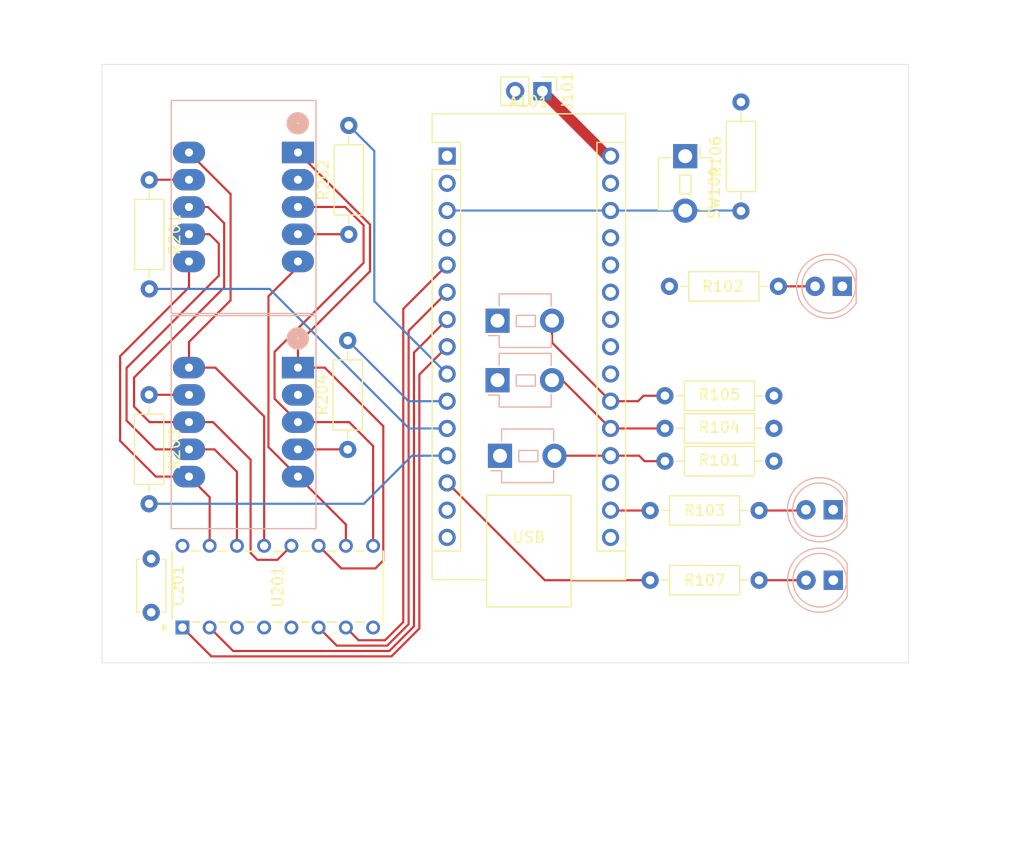
<source format=kicad_pcb>
(kicad_pcb (version 20240108) (generator "pcbnew") (generator_version "8.0")
  (layers (0 "F.Cu" signal "L1_top") (1 "In1.Cu" power "L2_GND") (2 "In2.Cu" power "L3_PWR") (31 "B.Cu" signal "L4_bot") (34 "B.Paste" user) (35 "F.Paste" user) (36 "B.SilkS" user "B.Silkscreen") (37 "F.SilkS" user "F.Silkscreen") (38 "B.Mask" user) (39 "F.Mask" user) (44 "Edge.Cuts" user))
  (net 0 "")
  (net 3 "/Increase_time")
  (net 4 "+3V3")
  (net 5 "GND")
  (net 6 "/Adjust")
  (net 10 "/Decrease_time")
  (net 11 "/Seconds_ones")
  (net 12 "/D")
  (net 13 "/Seconds_tens")
  (net 16 "/A")
  (net 17 "/nRST")
  (net 19 "Net-(D101-A)")
  (net 20 "/Minutes_tens")
  (net 22 "/C")
  (net 24 "+9V")
  (net 26 "/B")
  (net 27 "+5V")
  (net 28 "/Minutes_ones")
  (net 29 "Net-(D201-Digit_1)")
  (net 30 "Net-(D201-Digit_2)")
  (net 31 "Net-(D202-Digit_1)")
  (net 32 "Net-(D202-Digit_2)")
  (net 33 "Net-(D201-G)")
  (net 34 "Net-(D201-F)")
  (net 35 "Net-(D201-E)")
  (net 36 "Net-(D201-D)")
  (net 37 "Net-(D201-A)")
  (net 38 "Net-(D201-C)")
  (net 39 "Net-(D201-B)")
  (net 40 "Net-(D102-A)")
  (net 41 "/config_led")
  (net 42 "Net-(D103-A)")
  (footprint "Resistor_THT:R_Axial_DIN0207_L6.3mm_D2.5mm_P10.16mm_Horizontal" (layer "F.Cu") (at 161.521477 100.058523 90)
    (property "Reference" "R202" (at 5.08 -2.37 90) (layer "F.SilkS"))
    (property "Value" "470")
    (fp_line (start 8.35 -1.37) (end 1.81 -1.37) (stroke (width 0.12)) (layer "F.SilkS"))
    (fp_line (start 1.81 -1.37) (end 1.81 1.37) (stroke (width 0.12)) (layer "F.SilkS"))
    (fp_line (start 9.12 0) (end 8.35 0) (stroke (width 0.12)) (layer "F.SilkS"))
    (fp_line (start 1.04 0) (end 1.81 0) (stroke (width 0.12)) (layer "F.SilkS"))
    (fp_line (start 8.35 1.37) (end 8.35 -1.37) (stroke (width 0.12)) (layer "F.SilkS"))
    (fp_line (start 1.81 1.37) (end 8.35 1.37) (stroke (width 0.12)) (layer "F.SilkS"))
    (pad "1" thru_hole circle (at 0 0 90) (size 1.6 1.6) (drill 0.8) (layers "*.Cu" "*.Mask") (net 30 "Net-(D201-Digit_2)"))
    (pad "2" thru_hole oval (at 10.16 0 90) (size 1.6 1.6) (drill 0.8) (layers "*.Cu" "*.Mask") (net 13 "/Seconds_tens"))
  )
  (footprint "Connector_PinHeader_2.54mm:PinHeader_1x02_P2.54mm_Vertical" (layer "F.Cu") (at 179.575 86.7 -90)
    (property "Reference" "J101" (at 0 -2.33 90) (layer "F.SilkS"))
    (property "Value" "Conn_01x02_Pin" (hide yes))
    (fp_line (start -1.33 3.87) (end 1.33 3.87) (stroke (width 0.12)) (layer "F.SilkS"))
    (fp_line (start -1.33 1.27) (end -1.33 3.87) (stroke (width 0.12)) (layer "F.SilkS"))
    (fp_line (start -1.33 1.27) (end 1.33 1.27) (stroke (width 0.12)) (layer "F.SilkS"))
    (fp_line (start 1.33 1.27) (end 1.33 3.87) (stroke (width 0.12)) (layer "F.SilkS"))
    (fp_line (start -1.33 0) (end -1.33 -1.33) (stroke (width 0.12)) (layer "F.SilkS"))
    (fp_line (start -1.33 -1.33) (end 0 -1.33) (stroke (width 0.12)) (layer "F.SilkS"))
    (pad "1" thru_hole rect (at 0 0 270) (size 1.7 1.7) (drill 1) (layers "*.Cu" "*.Mask") (net 24 "+9V"))
    (pad "2" thru_hole oval (at 0 2.54 270) (size 1.7 1.7) (drill 1) (layers "*.Cu" "*.Mask") (net 5 "GND"))
  )
  (footprint "Module:Arduino_Nano" (layer "F.Cu") (at 170.69 92.75)
    (property "Reference" "A101" (at 7.62 -5.08 0) (layer "F.SilkS"))
    (property "Value" "Arduino_Nano_Every")
    (fp_line (start -1.4 -3.94) (end -1.4 -1.27) (stroke (width 0.12)) (layer "F.SilkS"))
    (fp_line (start -1.4 1.27) (end -1.4 39.5) (stroke (width 0.12)) (layer "F.SilkS"))
    (fp_line (start -1.4 39.5) (end 3.68 39.5) (stroke (width 0.12)) (layer "F.SilkS"))
    (fp_line (start 1.27 -1.27) (end -1.4 -1.27) (stroke (width 0.12)) (layer "F.SilkS"))
    (fp_line (start 1.27 1.27) (end -1.4 1.27) (stroke (width 0.12)) (layer "F.SilkS"))
    (fp_line (start 1.27 1.27) (end 1.27 -1.27) (stroke (width 0.12)) (layer "F.SilkS"))
    (fp_line (start 1.27 1.27) (end 1.27 36.83) (stroke (width 0.12)) (layer "F.SilkS"))
    (fp_line (start 1.27 36.83) (end -1.4 36.83) (stroke (width 0.12)) (layer "F.SilkS"))
    (fp_line (start 3.68 31.62) (end 11.56 31.62) (stroke (width 0.12)) (layer "F.SilkS"))
    (fp_line (start 3.68 42.04) (end 3.68 31.62) (stroke (width 0.12)) (layer "F.SilkS"))
    (fp_line (start 11.56 31.62) (end 11.56 42.04) (stroke (width 0.12)) (layer "F.SilkS"))
    (fp_line (start 11.56 42.04) (end 3.68 42.04) (stroke (width 0.12)) (layer "F.SilkS"))
    (fp_line (start 13.97 -1.27) (end 13.97 36.83) (stroke (width 0.12)) (layer "F.SilkS"))
    (fp_line (start 13.97 -1.27) (end 16.64 -1.27) (stroke (width 0.12)) (layer "F.SilkS"))
    (fp_line (start 13.97 36.83) (end 16.64 36.83) (stroke (width 0.12)) (layer "F.SilkS"))
    (fp_line (start 16.64 -3.94) (end -1.4 -3.94) (stroke (width 0.12)) (layer "F.SilkS"))
    (fp_line (start 16.64 39.5) (end 11.56 39.5) (stroke (width 0.12)) (layer "F.SilkS"))
    (fp_line (start 16.64 39.5) (end 16.64 -3.94) (stroke (width 0.12)) (layer "F.SilkS"))
    (fp_text user "USB" (at 7.62 35.56 0) (layer "F.SilkS"))
    (pad "1" thru_hole rect (at 0 0) (size 1.6 1.6) (drill 1) (layers "*.Cu" "*.Mask"))
    (pad "2" thru_hole oval (at 0 2.54) (size 1.6 1.6) (drill 1) (layers "*.Cu" "*.Mask"))
    (pad "3" thru_hole oval (at 0 5.08) (size 1.6 1.6) (drill 1) (layers "*.Cu" "*.Mask") (net 17 "/nRST"))
    (pad "4" thru_hole oval (at 0 7.62) (size 1.6 1.6) (drill 1) (layers "*.Cu" "*.Mask") (net 5 "GND"))
    (pad "5" thru_hole oval (at 0 10.16) (size 1.6 1.6) (drill 1) (layers "*.Cu" "*.Mask") (net 16 "/A"))
    (pad "6" thru_hole oval (at 0 12.7) (size 1.6 1.6) (drill 1) (layers "*.Cu" "*.Mask") (net 12 "/D"))
    (pad "7" thru_hole oval (at 0 15.24) (size 1.6 1.6) (drill 1) (layers "*.Cu" "*.Mask") (net 22 "/C"))
    (pad "8" thru_hole oval (at 0 17.78) (size 1.6 1.6) (drill 1) (layers "*.Cu" "*.Mask") (net 26 "/B"))
    (pad "9" thru_hole oval (at 0 20.32) (size 1.6 1.6) (drill 1) (layers "*.Cu" "*.Mask") (net 13 "/Seconds_tens"))
    (pad "10" thru_hole oval (at 0 22.86) (size 1.6 1.6) (drill 1) (layers "*.Cu" "*.Mask") (net 20 "/Minutes_tens"))
    (pad "11" thru_hole oval (at 0 25.4) (size 1.6 1.6) (drill 1) (layers "*.Cu" "*.Mask") (net 11 "/Seconds_ones"))
    (pad "12" thru_hole oval (at 0 27.94) (size 1.6 1.6) (drill 1) (layers "*.Cu" "*.Mask") (net 28 "/Minutes_ones"))
    (pad "13" thru_hole oval (at 0 30.48) (size 1.6 1.6) (drill 1) (layers "*.Cu" "*.Mask") (net 41 "/config_led"))
    (pad "14" thru_hole oval (at 0 33.02) (size 1.6 1.6) (drill 1) (layers "*.Cu" "*.Mask"))
    (pad "15" thru_hole oval (at 0 35.56) (size 1.6 1.6) (drill 1) (layers "*.Cu" "*.Mask"))
    (pad "16" thru_hole oval (at 15.24 35.56) (size 1.6 1.6) (drill 1) (layers "*.Cu" "*.Mask"))
    (pad "17" thru_hole oval (at 15.24 33.02) (size 1.6 1.6) (drill 1) (layers "*.Cu" "*.Mask") (net 4 "+3V3"))
    (pad "18" thru_hole oval (at 15.24 30.48) (size 1.6 1.6) (drill 1) (layers "*.Cu" "*.Mask"))
    (pad "19" thru_hole oval (at 15.24 27.94) (size 1.6 1.6) (drill 1) (layers "*.Cu" "*.Mask") (net 3 "/Increase_time"))
    (pad "20" thru_hole oval (at 15.24 25.4) (size 1.6 1.6) (drill 1) (layers "*.Cu" "*.Mask") (net 10 "/Decrease_time"))
    (pad "21" thru_hole oval (at 15.24 22.86) (size 1.6 1.6) (drill 1) (layers "*.Cu" "*.Mask") (net 6 "/Adjust"))
    (pad "22" thru_hole oval (at 15.24 20.32) (size 1.6 1.6) (drill 1) (layers "*.Cu" "*.Mask"))
    (pad "23" thru_hole oval (at 15.24 17.78) (size 1.6 1.6) (drill 1) (layers "*.Cu" "*.Mask"))
    (pad "24" thru_hole oval (at 15.24 15.24) (size 1.6 1.6) (drill 1) (layers "*.Cu" "*.Mask"))
    (pad "25" thru_hole oval (at 15.24 12.7) (size 1.6 1.6) (drill 1) (layers "*.Cu" "*.Mask"))
    (pad "26" thru_hole oval (at 15.24 10.16) (size 1.6 1.6) (drill 1) (layers "*.Cu" "*.Mask"))
    (pad "27" thru_hole oval (at 15.24 7.62) (size 1.6 1.6) (drill 1) (layers "*.Cu" "*.Mask") (net 27 "+5V"))
    (pad "28" thru_hole oval (at 15.24 5.08) (size 1.6 1.6) (drill 1) (layers "*.Cu" "*.Mask") (net 17 "/nRST"))
    (pad "29" thru_hole oval (at 15.24 2.54) (size 1.6 1.6) (drill 1) (layers "*.Cu" "*.Mask") (net 5 "GND"))
    (pad "30" thru_hole oval (at 15.24 0) (size 1.6 1.6) (drill 1) (layers "*.Cu" "*.Mask") (net 24 "+9V"))
  )
  (footprint "Resistor_THT:R_Axial_DIN0207_L6.3mm_D2.5mm_P10.16mm_Horizontal" (layer "F.Cu") (at 191 115.1)
    (property "Reference" "R105" (at 5.08 -0.106589 360) (layer "F.SilkS"))
    (property "Value" "1k")
    (fp_line (start 1.04 0) (end 1.81 0) (stroke (width 0.12)) (layer "F.SilkS"))
    (fp_line (start 1.81 -1.37) (end 1.81 1.37) (stroke (width 0.12)) (layer "F.SilkS"))
    (fp_line (start 1.81 1.37) (end 8.35 1.37) (stroke (width 0.12)) (layer "F.SilkS"))
    (fp_line (start 8.35 -1.37) (end 1.81 -1.37) (stroke (width 0.12)) (layer "F.SilkS"))
    (fp_line (start 8.35 1.37) (end 8.35 -1.37) (stroke (width 0.12)) (layer "F.SilkS"))
    (fp_line (start 9.12 0) (end 8.35 0) (stroke (width 0.12)) (layer "F.SilkS"))
    (pad "1" thru_hole circle (at 0 0) (size 1.6 1.6) (drill 0.8) (layers "*.Cu" "*.Mask") (net 6 "/Adjust"))
    (pad "2" thru_hole oval (at 10.16 0) (size 1.6 1.6) (drill 0.8) (layers "*.Cu" "*.Mask") (net 5 "GND"))
  )
  (footprint "Resistor_THT:R_Axial_DIN0207_L6.3mm_D2.5mm_P10.16mm_Horizontal" (layer "F.Cu") (at 198.09 97.87 90)
    (property "Reference" "R106" (at 5.08 -2.37 90) (layer "F.SilkS"))
    (property "Value" "1k")
    (fp_line (start 8.35 -1.37) (end 1.81 -1.37) (stroke (width 0.12)) (layer "F.SilkS"))
    (fp_line (start 1.81 -1.37) (end 1.81 1.37) (stroke (width 0.12)) (layer "F.SilkS"))
    (fp_line (start 9.12 0) (end 8.35 0) (stroke (width 0.12)) (layer "F.SilkS"))
    (fp_line (start 1.04 0) (end 1.81 0) (stroke (width 0.12)) (layer "F.SilkS"))
    (fp_line (start 8.35 1.37) (end 8.35 -1.37) (stroke (width 0.12)) (layer "F.SilkS"))
    (fp_line (start 1.81 1.37) (end 8.35 1.37) (stroke (width 0.12)) (layer "F.SilkS"))
    (pad "1" thru_hole circle (at 0 0 90) (size 1.6 1.6) (drill 0.8) (layers "*.Cu" "*.Mask") (net 17 "/nRST"))
    (pad "2" thru_hole oval (at 10.16 0 90) (size 1.6 1.6) (drill 0.8) (layers "*.Cu" "*.Mask") (net 27 "+5V"))
  )
  (footprint "Resistor_THT:R_Axial_DIN0207_L6.3mm_D2.5mm_P10.16mm_Horizontal" (layer "F.Cu") (at 191 121.2)
    (property "Reference" "R101" (at 5.08 -0.106589 360) (layer "F.SilkS"))
    (property "Value" "1k")
    (fp_line (start 1.04 0) (end 1.81 0) (stroke (width 0.12)) (layer "F.SilkS"))
    (fp_line (start 1.81 -1.37) (end 1.81 1.37) (stroke (width 0.12)) (layer "F.SilkS"))
    (fp_line (start 1.81 1.37) (end 8.35 1.37) (stroke (width 0.12)) (layer "F.SilkS"))
    (fp_line (start 8.35 -1.37) (end 1.81 -1.37) (stroke (width 0.12)) (layer "F.SilkS"))
    (fp_line (start 8.35 1.37) (end 8.35 -1.37) (stroke (width 0.12)) (layer "F.SilkS"))
    (fp_line (start 9.12 0) (end 8.35 0) (stroke (width 0.12)) (layer "F.SilkS"))
    (pad "1" thru_hole circle (at 0 0) (size 1.6 1.6) (drill 0.8) (layers "*.Cu" "*.Mask") (net 3 "/Increase_time"))
    (pad "2" thru_hole oval (at 10.16 0) (size 1.6 1.6) (drill 0.8) (layers "*.Cu" "*.Mask") (net 5 "GND"))
  )
  (footprint "Resistor_THT:R_Axial_DIN0207_L6.3mm_D2.5mm_P10.16mm_Horizontal" (layer "F.Cu") (at 199.78 125.8 180)
    (property "Reference" "R103" (at 5.08 0 0) (layer "F.SilkS"))
    (property "Value" "75")
    (fp_line (start 9.12 0) (end 8.35 0) (stroke (width 0.12)) (layer "F.SilkS"))
    (fp_line (start 8.35 1.37) (end 8.35 -1.37) (stroke (width 0.12)) (layer "F.SilkS"))
    (fp_line (start 8.35 -1.37) (end 1.81 -1.37) (stroke (width 0.12)) (layer "F.SilkS"))
    (fp_line (start 1.81 1.37) (end 8.35 1.37) (stroke (width 0.12)) (layer "F.SilkS"))
    (fp_line (start 1.81 -1.37) (end 1.81 1.37) (stroke (width 0.12)) (layer "F.SilkS"))
    (fp_line (start 1.04 0) (end 1.81 0) (stroke (width 0.12)) (layer "F.SilkS"))
    (pad "1" thru_hole circle (at 0 0 180) (size 1.6 1.6) (drill 0.8) (layers "*.Cu" "*.Mask") (net 40 "Net-(D102-A)"))
    (pad "2" thru_hole oval (at 10.16 0 180) (size 1.6 1.6) (drill 0.8) (layers "*.Cu" "*.Mask") (net 4 "+3V3"))
  )
  (footprint "Capacitor_THT:C_Disc_D4.7mm_W2.5mm_P5.00mm" (layer "F.Cu") (at 143.1 130.3 -90)
    (property "Reference" "C201" (at 2.5 -2.5 90) (layer "F.SilkS"))
    (property "Value" "100n")
    (fp_line (start 0.03 1.37) (end 4.97 1.37) (stroke (width 0.12)) (layer "F.SilkS"))
    (fp_line (start 0.03 1.055) (end 0.03 1.37) (stroke (width 0.12)) (layer "F.SilkS"))
    (fp_line (start 4.97 1.055) (end 4.97 1.37) (stroke (width 0.12)) (layer "F.SilkS"))
    (fp_line (start 0.03 -1.37) (end 0.03 -1.055) (stroke (width 0.12)) (layer "F.SilkS"))
    (fp_line (start 0.03 -1.37) (end 4.97 -1.37) (stroke (width 0.12)) (layer "F.SilkS"))
    (fp_line (start 4.97 -1.37) (end 4.97 -1.055) (stroke (width 0.12)) (layer "F.SilkS"))
    (pad "1" thru_hole circle (at 0 0 270) (size 1.6 1.6) (drill 0.8) (layers "*.Cu" "*.Mask") (net 27 "+5V"))
    (pad "2" thru_hole circle (at 5 0 270) (size 1.6 1.6) (drill 0.8) (layers "*.Cu" "*.Mask") (net 5 "GND"))
  )
  (footprint "Resistor_THT:R_Axial_DIN0207_L6.3mm_D2.5mm_P10.16mm_Horizontal" (layer "F.Cu") (at 142.902138 115.011532 -90)
    (property "Reference" "R203" (at 5.08 -2.37 90) (layer "F.SilkS"))
    (property "Value" "470")
    (fp_line (start 1.81 1.37) (end 8.35 1.37) (stroke (width 0.12)) (layer "F.SilkS"))
    (fp_line (start 8.35 1.37) (end 8.35 -1.37) (stroke (width 0.12)) (layer "F.SilkS"))
    (fp_line (start 1.04 0) (end 1.81 0) (stroke (width 0.12)) (layer "F.SilkS"))
    (fp_line (start 9.12 0) (end 8.35 0) (stroke (width 0.12)) (layer "F.SilkS"))
    (fp_line (start 1.81 -1.37) (end 1.81 1.37) (stroke (width 0.12)) (layer "F.SilkS"))
    (fp_line (start 8.35 -1.37) (end 1.81 -1.37) (stroke (width 0.12)) (layer "F.SilkS"))
    (pad "1" thru_hole circle (at 0 0 270) (size 1.6 1.6) (drill 0.8) (layers "*.Cu" "*.Mask") (net 31 "Net-(D202-Digit_1)"))
    (pad "2" thru_hole oval (at 10.16 0 270) (size 1.6 1.6) (drill 0.8) (layers "*.Cu" "*.Mask") (net 28 "/Minutes_ones"))
  )
  (footprint "Resistor_THT:R_Axial_DIN0207_L6.3mm_D2.5mm_P10.16mm_Horizontal" (layer "F.Cu") (at 199.78 132.3 180)
    (property "Reference" "R107" (at 5.08 0 360) (layer "F.SilkS"))
    (property "Value" "270")
    (fp_line (start 9.12 0) (end 8.35 0) (stroke (width 0.12)) (layer "F.SilkS"))
    (fp_line (start 8.35 1.37) (end 8.35 -1.37) (stroke (width 0.12)) (layer "F.SilkS"))
    (fp_line (start 8.35 -1.37) (end 1.81 -1.37) (stroke (width 0.12)) (layer "F.SilkS"))
    (fp_line (start 1.81 1.37) (end 8.35 1.37) (stroke (width 0.12)) (layer "F.SilkS"))
    (fp_line (start 1.81 -1.37) (end 1.81 1.37) (stroke (width 0.12)) (layer "F.SilkS"))
    (fp_line (start 1.04 0) (end 1.81 0) (stroke (width 0.12)) (layer "F.SilkS"))
    (pad "1" thru_hole circle (at 0 0 180) (size 1.6 1.6) (drill 0.8) (layers "*.Cu" "*.Mask") (net 42 "Net-(D103-A)"))
    (pad "2" thru_hole oval (at 10.16 0 180) (size 1.6 1.6) (drill 0.8) (layers "*.Cu" "*.Mask") (net 41 "/config_led"))
  )
  (footprint "OMG_Switches:SW_PUSH_1P1T_6x3.5mm_H5.0_APEM_MJTP1250" (layer "F.Cu") (at 192.89 92.76 -90)
    (property "Reference" "SW104" (at 3.42 -2.7 90) (layer "F.SilkS"))
    (property "Value" "SW_Push" (hide yes))
    (fp_line (start 0.15 2.5) (end 5 2.5) (stroke (width 0.12)) (layer "F.SilkS"))
    (fp_line (start 0.15 1.39) (end 0.15 2.5) (stroke (width 0.12)) (layer "F.SilkS"))
    (fp_line (start 5 1.37) (end 5 2.5) (stroke (width 0.12)) (layer "F.SilkS"))
    (fp_line (start 0.15 -1.39) (end -0.85 -1.39) (stroke (width 0.12)) (layer "F.SilkS"))
    (fp_line (start 0.15 -2.5) (end 0.15 -1.39) (stroke (width 0.12)) (layer "F.SilkS"))
    (fp_line (start 5 -2.5) (end 5 -1.37) (stroke (width 0.12)) (layer "F.SilkS"))
    (fp_line (start 5 -2.5) (end 0.15 -2.5) (stroke (width 0.12)) (layer "F.SilkS"))
    (fp_rect (start 1.75 -0.55) (end 3.53 0.5) (stroke (width 0.12)) (fill none) (layer "F.SilkS"))
    (pad "1" thru_hole rect (at 0 0) (size 2.25 2.25) (drill 1.3) (layers "*.Cu" "*.Mask") (net 5 "GND"))
    (pad "2" thru_hole circle (at 5.08 0) (size 2.25 2.25) (drill 1.3) (layers "*.Cu" "*.Mask") (net 17 "/nRST"))
  )
  (footprint "Resistor_THT:R_Axial_DIN0207_L6.3mm_D2.5mm_P10.16mm_Horizontal" (layer "F.Cu") (at 142.921477 94.978523 -90)
    (property "Reference" "R201" (at 5.08 -2.37 90) (layer "F.SilkS"))
    (property "Value" "470")
    (fp_line (start 1.81 1.37) (end 8.35 1.37) (stroke (width 0.12)) (layer "F.SilkS"))
    (fp_line (start 8.35 1.37) (end 8.35 -1.37) (stroke (width 0.12)) (layer "F.SilkS"))
    (fp_line (start 1.04 0) (end 1.81 0) (stroke (width 0.12)) (layer "F.SilkS"))
    (fp_line (start 9.12 0) (end 8.35 0) (stroke (width 0.12)) (layer "F.SilkS"))
    (fp_line (start 1.81 -1.37) (end 1.81 1.37) (stroke (width 0.12)) (layer "F.SilkS"))
    (fp_line (start 8.35 -1.37) (end 1.81 -1.37) (stroke (width 0.12)) (layer "F.SilkS"))
    (pad "1" thru_hole circle (at 0 0 270) (size 1.6 1.6) (drill 0.8) (layers "*.Cu" "*.Mask") (net 29 "Net-(D201-Digit_1)"))
    (pad "2" thru_hole oval (at 10.16 0 270) (size 1.6 1.6) (drill 0.8) (layers "*.Cu" "*.Mask") (net 11 "/Seconds_ones"))
  )
  (footprint "Resistor_THT:R_Axial_DIN0207_L6.3mm_D2.5mm_P10.16mm_Horizontal" (layer "F.Cu") (at 201.58 104.9 180)
    (property "Reference" "R102" (at 5.18 0 360) (layer "F.SilkS"))
    (property "Value" "270")
    (fp_line (start 9.12 0) (end 8.35 0) (stroke (width 0.12)) (layer "F.SilkS"))
    (fp_line (start 8.35 1.37) (end 8.35 -1.37) (stroke (width 0.12)) (layer "F.SilkS"))
    (fp_line (start 8.35 -1.37) (end 1.81 -1.37) (stroke (width 0.12)) (layer "F.SilkS"))
    (fp_line (start 1.81 1.37) (end 8.35 1.37) (stroke (width 0.12)) (layer "F.SilkS"))
    (fp_line (start 1.81 -1.37) (end 1.81 1.37) (stroke (width 0.12)) (layer "F.SilkS"))
    (fp_line (start 1.04 0) (end 1.81 0) (stroke (width 0.12)) (layer "F.SilkS"))
    (pad "1" thru_hole circle (at 0 0 180) (size 1.6 1.6) (drill 0.8) (layers "*.Cu" "*.Mask") (net 19 "Net-(D101-A)"))
    (pad "2" thru_hole oval (at 10.16 0 180) (size 1.6 1.6) (drill 0.8) (layers "*.Cu" "*.Mask") (net 27 "+5V"))
  )
  (footprint "Resistor_THT:R_Axial_DIN0207_L6.3mm_D2.5mm_P10.16mm_Horizontal" (layer "F.Cu") (at 191 118.140392)
    (property "Reference" "R104" (at 5.08 -0.106589 360) (layer "F.SilkS"))
    (property "Value" "1k")
    (fp_line (start 1.04 0) (end 1.81 0) (stroke (width 0.12)) (layer "F.SilkS"))
    (fp_line (start 1.81 -1.37) (end 1.81 1.37) (stroke (width 0.12)) (layer "F.SilkS"))
    (fp_line (start 1.81 1.37) (end 8.35 1.37) (stroke (width 0.12)) (layer "F.SilkS"))
    (fp_line (start 8.35 -1.37) (end 1.81 -1.37) (stroke (width 0.12)) (layer "F.SilkS"))
    (fp_line (start 8.35 1.37) (end 8.35 -1.37) (stroke (width 0.12)) (layer "F.SilkS"))
    (fp_line (start 9.12 0) (end 8.35 0) (stroke (width 0.12)) (layer "F.SilkS"))
    (pad "1" thru_hole circle (at 0 0) (size 1.6 1.6) (drill 0.8) (layers "*.Cu" "*.Mask") (net 10 "/Decrease_time"))
    (pad "2" thru_hole oval (at 10.16 0) (size 1.6 1.6) (drill 0.8) (layers "*.Cu" "*.Mask") (net 5 "GND"))
  )
  (footprint "Resistor_THT:R_Axial_DIN0207_L6.3mm_D2.5mm_P10.16mm_Horizontal" (layer "F.Cu") (at 161.421477 120.108523 90)
    (property "Reference" "R204" (at 5.08 -2.37 90) (layer "F.SilkS"))
    (property "Value" "470")
    (fp_line (start 8.35 -1.37) (end 1.81 -1.37) (stroke (width 0.12)) (layer "F.SilkS"))
    (fp_line (start 1.81 -1.37) (end 1.81 1.37) (stroke (width 0.12)) (layer "F.SilkS"))
    (fp_line (start 9.12 0) (end 8.35 0) (stroke (width 0.12)) (layer "F.SilkS"))
    (fp_line (start 1.04 0) (end 1.81 0) (stroke (width 0.12)) (layer "F.SilkS"))
    (fp_line (start 8.35 1.37) (end 8.35 -1.37) (stroke (width 0.12)) (layer "F.SilkS"))
    (fp_line (start 1.81 1.37) (end 8.35 1.37) (stroke (width 0.12)) (layer "F.SilkS"))
    (pad "1" thru_hole circle (at 0 0 90) (size 1.6 1.6) (drill 0.8) (layers "*.Cu" "*.Mask") (net 32 "Net-(D202-Digit_2)"))
    (pad "2" thru_hole oval (at 10.16 0 90) (size 1.6 1.6) (drill 0.8) (layers "*.Cu" "*.Mask") (net 20 "/Minutes_tens"))
  )
  (footprint "OMG_Drivers:N16" (layer "F.Cu") (at 163.79 129.09 90)
    (property "Reference" "U201" (at -3.81 -8.89 90) (layer "F.SilkS"))
    (property "Value" "74LS47")
    (fp_line (start -0.508 -18.7325) (end -6.838835 -18.7325) (stroke (width 0.1524)) (layer "F.SilkS"))
    (fp_line (start -7.112 -16.79956) (end -7.112 -16.078569) (stroke (width 0.1524)) (layer "F.SilkS"))
    (fp_line (start -0.508 -16.078569) (end -0.508 -16.941431) (stroke (width 0.1524)) (layer "F.SilkS"))
    (fp_line (start -7.112 -14.401431) (end -7.112 -13.538569) (stroke (width 0.1524)) (layer "F.SilkS"))
    (fp_line (start -0.508 -13.538569) (end -0.508 -14.401431) (stroke (width 0.1524)) (layer "F.SilkS"))
    (fp_line (start -7.112 -11.861431) (end -7.112 -10.998569) (stroke (width 0.1524)) (layer "F.SilkS"))
    (fp_line (start -0.508 -10.998569) (end -0.508 -11.861431) (stroke (width 0.1524)) (layer "F.SilkS"))
    (fp_line (start -7.112 -9.321431) (end -7.112 -8.458569) (stroke (width 0.1524)) (layer "F.SilkS"))
    (fp_line (start -0.508 -8.458569) (end -0.508 -9.321431) (stroke (width 0.1524)) (layer "F.SilkS"))
    (fp_line (start -7.112 -6.781431) (end -7.112 -5.918569) (stroke (width 0.1524)) (layer "F.SilkS"))
    (fp_line (start -0.508 -5.918569) (end -0.508 -6.781431) (stroke (width 0.1524)) (layer "F.SilkS"))
    (fp_line (start -7.112 -4.241431) (end -7.112 -3.378569) (stroke (width 0.1524)) (layer "F.SilkS"))
    (fp_line (start -0.508 -3.378569) (end -0.508 -4.241431) (stroke (width 0.1524)) (layer "F.SilkS"))
    (fp_line (start -7.112 -1.701431) (end -7.112 -0.838569) (stroke (width 0.1524)) (layer "F.SilkS"))
    (fp_line (start -0.508 -0.838569) (end -0.508 -1.701431) (stroke (width 0.1524)) (layer "F.SilkS"))
    (fp_line (start -7.112 0.9525) (end -0.508 0.9525) (stroke (width 0.1524)) (layer "F.SilkS"))
    (fp_arc (start -3.5052 -18.7325) (mid -3.81 -18.4277) (end -4.1148 -18.7325) (stroke (width 0.1524)) (layer "F.SilkS"))
    (fp_text user "*" (at -7.62 -19.1897 90) (layer "F.SilkS"))
    (fp_text user "*" (at -7.62 -19.1897 90) (layer "F.SilkS"))
    (pad "1" thru_hole rect (at -7.62 -17.78 90) (size 1.2954 1.2954) (drill 0.7874) (layers "*.Cu" "*.Mask") (net 26 "/B"))
    (pad "2" thru_hole circle (at -7.62 -15.24 90) (size 1.2954 1.2954) (drill 0.7874) (layers "*.Cu" "*.Mask") (net 22 "/C"))
    (pad "3" thru_hole circle (at -7.62 -12.7 90) (size 1.2954 1.2954) (drill 0.7874) (layers "*.Cu" "*.Mask") (net 27 "+5V"))
    (pad "4" thru_hole circle (at -7.62 -10.16 90) (size 1.2954 1.2954) (drill 0.7874) (layers "*.Cu" "*.Mask") (net 27 "+5V"))
    (pad "5" thru_hole circle (at -7.62 -7.62 90) (size 1.2954 1.2954) (drill 0.7874) (layers "*.Cu" "*.Mask") (net 27 "+5V"))
    (pad "6" thru_hole circle (at -7.62 -5.08 90) (size 1.2954 1.2954) (drill 0.7874) (layers "*.Cu" "*.Mask") (net 12 "/D"))
    (pad "7" thru_hole circle (at -7.62 -2.54 90) (size 1.2954 1.2954) (drill 0.7874) (layers "*.Cu" "*.Mask") (net 16 "/A"))
    (pad "8" thru_hole circle (at -7.62 0 90) (size 1.2954 1.2954) (drill 0.7874) (layers "*.Cu" "*.Mask") (net 5 "GND"))
    (pad "9" thru_hole circle (at 0 0 90) (size 1.2954 1.2954) (drill 0.7874) (layers "*.Cu" "*.Mask") (net 35 "Net-(D201-E)"))
    (pad "10" thru_hole circle (at 0 -2.54 90) (size 1.2954 1.2954) (drill 0.7874) (layers "*.Cu" "*.Mask") (net 36 "Net-(D201-D)"))
    (pad "11" thru_hole circle (at 0 -5.08 90) (size 1.2954 1.2954) (drill 0.7874) (layers "*.Cu" "*.Mask") (net 38 "Net-(D201-C)"))
    (pad "12" thru_hole circle (at 0 -7.62 90) (size 1.2954 1.2954) (drill 0.7874) (layers "*.Cu" "*.Mask") (net 39 "Net-(D201-B)"))
    (pad "13" thru_hole circle (at 0 -10.16 90) (size 1.2954 1.2954) (drill 0.7874) (layers "*.Cu" "*.Mask") (net 37 "Net-(D201-A)"))
    (pad "14" thru_hole circle (at 0 -12.7 90) (size 1.2954 1.2954) (drill 0.7874) (layers "*.Cu" "*.Mask") (net 33 "Net-(D201-G)"))
    (pad "15" thru_hole circle (at 0 -15.24 90) (size 1.2954 1.2954) (drill 0.7874) (layers "*.Cu" "*.Mask") (net 34 "Net-(D201-F)"))
    (pad "16" thru_hole circle (at 0 -17.78 90) (size 1.2954 1.2954) (drill 0.7874) (layers "*.Cu" "*.Mask") (net 27 "+5V"))
  )
  (footprint "OMG_Switches:SW_PUSH_1P1T_6x3.5mm_H5.0_APEM_MJTP1250" (layer "B.Cu") (at 175.39 108.1)
    (property "Reference" "SW103" (hide yes))
    (property "Value" "SW_Push" (hide yes))
    (fp_line (start -0.85 1.39) (end 0.15 1.39) (stroke (width 0.12)) (layer "B.SilkS"))
    (fp_line (start 0.15 -2.5) (end 0.15 -1.39) (stroke (width 0.12)) (layer "B.SilkS"))
    (fp_line (start 0.15 1.39) (end 0.15 2.5) (stroke (width 0.12)) (layer "B.SilkS"))
    (fp_line (start 0.15 2.5) (end 5 2.5) (stroke (width 0.12)) (layer "B.SilkS"))
    (fp_line (start 5 -2.5) (end 0.15 -2.5) (stroke (width 0.12)) (layer "B.SilkS"))
    (fp_line (start 5 -2.5) (end 5 -1.37) (stroke (width 0.12)) (layer "B.SilkS"))
    (fp_line (start 5 1.37) (end 5 2.5) (stroke (width 0.12)) (layer "B.SilkS"))
    (fp_rect (start 3.53 -0.5) (end 1.75 0.55) (stroke (width 0.12)) (fill none) (layer "B.SilkS"))
    (pad "1" thru_hole rect (at 0 0 270) (size 2.25 2.25) (drill 1.3) (layers "*.Cu" "*.Mask") (net 27 "+5V"))
    (pad "2" thru_hole circle (at 5.08 0 270) (size 2.25 2.25) (drill 1.3) (layers "*.Cu" "*.Mask") (net 6 "/Adjust"))
  )
  (footprint "OMG_Switches:SW_PUSH_1P1T_6x3.5mm_H5.0_APEM_MJTP1250" (layer "B.Cu") (at 175.39 113.65)
    (property "Reference" "SW102" (hide yes))
    (property "Value" "SW_Push" (hide yes))
    (fp_line (start -0.85 1.39) (end 0.15 1.39) (stroke (width 0.12)) (layer "B.SilkS"))
    (fp_line (start 0.15 -2.5) (end 0.15 -1.39) (stroke (width 0.12)) (layer "B.SilkS"))
    (fp_line (start 0.15 1.39) (end 0.15 2.5) (stroke (width 0.12)) (layer "B.SilkS"))
    (fp_line (start 0.15 2.5) (end 5 2.5) (stroke (width 0.12)) (layer "B.SilkS"))
    (fp_line (start 5 -2.5) (end 0.15 -2.5) (stroke (width 0.12)) (layer "B.SilkS"))
    (fp_line (start 5 -2.5) (end 5 -1.37) (stroke (width 0.12)) (layer "B.SilkS"))
    (fp_line (start 5 1.37) (end 5 2.5) (stroke (width 0.12)) (layer "B.SilkS"))
    (fp_rect (start 3.53 -0.5) (end 1.75 0.55) (stroke (width 0.12)) (fill none) (layer "B.SilkS"))
    (pad "1" thru_hole rect (at 0 0 270) (size 2.25 2.25) (drill 1.3) (layers "*.Cu" "*.Mask") (net 27 "+5V"))
    (pad "2" thru_hole circle (at 5.08 0 270) (size 2.25 2.25) (drill 1.3) (layers "*.Cu" "*.Mask") (net 10 "/Decrease_time"))
  )
  (footprint "LED_THT:LED_D5.0mm" (layer "B.Cu") (at 206.7 132.3 180)
    (property "Reference" "D103" (hide yes))
    (property "Value" "green")
    (fp_line (start -1.29 -1.545) (end -1.29 1.545) (stroke (width 0.12)) (layer "B.SilkS"))
    (fp_arc (start 4.26 -0.000462) (mid 2.072002 2.880433) (end -1.29 1.54483) (stroke (width 0.12)) (layer "B.SilkS"))
    (fp_arc (start -1.29 -1.54483) (mid 2.072002 -2.880433) (end 4.26 0.000462) (stroke (width 0.12)) (layer "B.SilkS"))
    (fp_circle (center 1.27 0) (end 3.77 0) (stroke (width 0.12)) (fill none) (layer "B.SilkS"))
    (pad "1" thru_hole rect (at 0 0 180) (size 1.8 1.8) (drill 0.9) (layers "*.Cu" "*.Mask") (net 5 "GND"))
    (pad "2" thru_hole circle (at 2.54 0 180) (size 1.8 1.8) (drill 0.9) (layers "*.Cu" "*.Mask") (net 42 "Net-(D103-A)"))
  )
  (footprint "OMG_Optoelectronics:Lite-On LTD-4608JF" (layer "B.Cu") (at 151.681477 117.558523 -90)
    (property "Reference" "D202" (hide yes))
    (property "Value" "LTD-4608JF")
    (fp_rect (start 9.93 -6.78) (end -9.93 6.72) (stroke (width 0.12)) (fill none) (layer "B.SilkS"))
    (fp_circle (center -7.8 -5.08) (end -7.75 -5.08) (stroke (width 1)) (fill none) (layer "B.SilkS"))
    (pad "1" thru_hole rect (at -5.08 -5.1 270) (size 2 3) (drill 0.75) (layers "*.Cu" "*.Mask") (net 38 "Net-(D201-C)"))
    (pad "2" thru_hole oval (at -2.54 -5.1 270) (size 2 3) (drill 0.75) (layers "*.Cu" "*.Mask") (net 27 "+5V"))
    (pad "3" thru_hole oval (at 0 -5.1 270) (size 2 3) (drill 0.75) (layers "*.Cu" "*.Mask") (net 35 "Net-(D201-E)"))
    (pad "4" thru_hole oval (at 2.54 -5.1 270) (size 2 3) (drill 0.75) (layers "*.Cu" "*.Mask") (net 32 "Net-(D202-Digit_2)"))
    (pad "5" thru_hole oval (at 5.08 -5.1 270) (size 2 3) (drill 0.75) (layers "*.Cu" "*.Mask") (net 36 "Net-(D201-D)"))
    (pad "6" thru_hole oval (at 5.08 5.06 270) (size 2 3) (drill 0.75) (layers "*.Cu" "*.Mask") (net 34 "Net-(D201-F)"))
    (pad "7" thru_hole oval (at 2.54 5.06 270) (size 2 3) (drill 0.75) (layers "*.Cu" "*.Mask") (net 33 "Net-(D201-G)"))
    (pad "8" thru_hole oval (at 0 5.06 270) (size 2 3) (drill 0.75) (layers "*.Cu" "*.Mask") (net 39 "Net-(D201-B)"))
    (pad "9" thru_hole oval (at -2.54 5.06 270) (size 2 3) (drill 0.75) (layers "*.Cu" "*.Mask") (net 31 "Net-(D202-Digit_1)"))
    (pad "10" thru_hole oval (at -5.08 5.06 270) (size 2 3) (drill 0.75) (layers "*.Cu" "*.Mask") (net 37 "Net-(D201-A)"))
  )
  (footprint "OMG_Optoelectronics:Lite-On LTD-4608JF" (layer "B.Cu") (at 151.681477 97.498523 -90)
    (property "Reference" "D201" (hide yes))
    (property "Value" "LTD-4608JF")
    (fp_rect (start 9.93 -6.78) (end -9.93 6.72) (stroke (width 0.12)) (fill none) (layer "B.SilkS"))
    (fp_circle (center -7.8 -5.08) (end -7.75 -5.08) (stroke (width 1)) (fill none) (layer "B.SilkS"))
    (pad "1" thru_hole rect (at -5.08 -5.1 270) (size 2 3) (drill 0.75) (layers "*.Cu" "*.Mask") (net 38 "Net-(D201-C)"))
    (pad "2" thru_hole oval (at -2.54 -5.1 270) (size 2 3) (drill 0.75) (layers "*.Cu" "*.Mask") (net 27 "+5V"))
    (pad "3" thru_hole oval (at 0 -5.1 270) (size 2 3) (drill 0.75) (layers "*.Cu" "*.Mask") (net 35 "Net-(D201-E)"))
    (pad "4" thru_hole oval (at 2.54 -5.1 270) (size 2 3) (drill 0.75) (layers "*.Cu" "*.Mask") (net 30 "Net-(D201-Digit_2)"))
    (pad "5" thru_hole oval (at 5.08 -5.1 270) (size 2 3) (drill 0.75) (layers "*.Cu" "*.Mask") (net 36 "Net-(D201-D)"))
    (pad "6" thru_hole oval (at 5.08 5.06 270) (size 2 3) (drill 0.75) (layers "*.Cu" "*.Mask") (net 34 "Net-(D201-F)"))
    (pad "7" thru_hole oval (at 2.54 5.06 270) (size 2 3) (drill 0.75) (layers "*.Cu" "*.Mask") (net 33 "Net-(D201-G)"))
    (pad "8" thru_hole oval (at 0 5.06 270) (size 2 3) (drill 0.75) (layers "*.Cu" "*.Mask") (net 39 "Net-(D201-B)"))
    (pad "9" thru_hole oval (at -2.54 5.06 270) (size 2 3) (drill 0.75) (layers "*.Cu" "*.Mask") (net 29 "Net-(D201-Digit_1)"))
    (pad "10" thru_hole oval (at -5.08 5.06 270) (size 2 3) (drill 0.75) (layers "*.Cu" "*.Mask") (net 37 "Net-(D201-A)"))
  )
  (footprint "LED_THT:LED_D5.0mm" (layer "B.Cu") (at 207.54 104.9 180)
    (property "Reference" "D101" (hide yes))
    (property "Value" "green")
    (fp_line (start -1.29 -1.545) (end -1.29 1.545) (stroke (width 0.12)) (layer "B.SilkS"))
    (fp_arc (start 4.26 -0.000462) (mid 2.072002 2.880433) (end -1.29 1.54483) (stroke (width 0.12)) (layer "B.SilkS"))
    (fp_arc (start -1.29 -1.54483) (mid 2.072002 -2.880433) (end 4.26 0.000462) (stroke (width 0.12)) (layer "B.SilkS"))
    (fp_circle (center 1.27 0) (end 3.77 0) (stroke (width 0.12)) (fill none) (layer "B.SilkS"))
    (pad "1" thru_hole rect (at 0 0 180) (size 1.8 1.8) (drill 0.9) (layers "*.Cu" "*.Mask") (net 5 "GND"))
    (pad "2" thru_hole circle (at 2.54 0 180) (size 1.8 1.8) (drill 0.9) (layers "*.Cu" "*.Mask") (net 19 "Net-(D101-A)"))
  )
  (footprint "LED_THT:LED_D5.0mm" (layer "B.Cu") (at 206.685 125.73 180)
    (property "Reference" "D102" (hide yes))
    (property "Value" "green")
    (fp_line (start -1.29 -1.545) (end -1.29 1.545) (stroke (width 0.12)) (layer "B.SilkS"))
    (fp_arc (start 4.26 -0.000462) (mid 2.072002 2.880433) (end -1.29 1.54483) (stroke (width 0.12)) (layer "B.SilkS"))
    (fp_arc (start -1.29 -1.54483) (mid 2.072002 -2.880433) (end 4.26 0.000462) (stroke (width 0.12)) (layer "B.SilkS"))
    (fp_circle (center 1.27 0) (end 3.77 0) (stroke (width 0.12)) (fill none) (layer "B.SilkS"))
    (pad "1" thru_hole rect (at 0 0 180) (size 1.8 1.8) (drill 0.9) (layers "*.Cu" "*.Mask") (net 5 "GND"))
    (pad "2" thru_hole circle (at 2.54 0 180) (size 1.8 1.8) (drill 0.9) (layers "*.Cu" "*.Mask") (net 40 "Net-(D102-A)"))
  )
  (footprint "OMG_Switches:SW_PUSH_1P1T_6x3.5mm_H5.0_APEM_MJTP1250" (layer "B.Cu") (at 175.62 120.7)
    (property "Reference" "SW101" (hide yes))
    (property "Value" "SW_Push" (hide yes))
    (fp_line (start -0.85 1.39) (end 0.15 1.39) (stroke (width 0.12)) (layer "B.SilkS"))
    (fp_line (start 0.15 -2.5) (end 0.15 -1.39) (stroke (width 0.12)) (layer "B.SilkS"))
    (fp_line (start 0.15 1.39) (end 0.15 2.5) (stroke (width 0.12)) (layer "B.SilkS"))
    (fp_line (start 0.15 2.5) (end 5 2.5) (stroke (width 0.12)) (layer "B.SilkS"))
    (fp_line (start 5 -2.5) (end 0.15 -2.5) (stroke (width 0.12)) (layer "B.SilkS"))
    (fp_line (start 5 -2.5) (end 5 -1.37) (stroke (width 0.12)) (layer "B.SilkS"))
    (fp_line (start 5 1.37) (end 5 2.5) (stroke (width 0.12)) (layer "B.SilkS"))
    (fp_rect (start 3.53 -0.5) (end 1.75 0.55) (stroke (width 0.12)) (fill none) (layer "B.SilkS"))
    (pad "1" thru_hole rect (at 0 0 270) (size 2.25 2.25) (drill 1.3) (layers "*.Cu" "*.Mask") (net 27 "+5V"))
    (pad "2" thru_hole circle (at 5.08 0 270) (size 2.25 2.25) (drill 1.3) (layers "*.Cu" "*.Mask") (net 3 "/Increase_time"))
  )
  (gr_rect (start 138.5 84.2) (end 213.7 140) (stroke (width 0.05)) (fill none) (layer "Edge.Cuts"))
  (segment (start 189.1 121.2) (end 191 121.2) (width 0.2) (layer "F.Cu") (net 3))
  (segment (start 188.59 120.69) (end 189.1 121.2) (width 0.2) (layer "F.Cu") (net 3))
  (segment (start 185.93 120.69) (end 188.59 120.69) (width 0.2) (layer "F.Cu") (net 3))
  (segment (start 185.93 120.69) (end 180.71 120.69) (width 0.2) (layer "F.Cu") (net 3))
  (segment (start 180.71 120.69) (end 180.7 120.7) (width 0.2) (layer "F.Cu") (net 3))
  (segment (start 189.62 125.8) (end 185.96 125.8) (width 0.2) (layer "F.Cu") (net 4))
  (segment (start 185.96 125.8) (end 185.93 125.77) (width 0.2) (layer "F.Cu") (net 4))
  (segment (start 188.49 115.61) (end 189 115.1) (width 0.2) (layer "F.Cu") (net 6))
  (segment (start 189 115.1) (end 191 115.1) (width 0.2) (layer "F.Cu") (net 6))
  (segment (start 180.47 110.15) (end 180.47 108.1) (width 0.2) (layer "F.Cu") (net 6))
  (segment (start 185.93 115.61) (end 180.47 110.15) (width 0.2) (layer "F.Cu") (net 6))
  (segment (start 185.93 115.61) (end 188.49 115.61) (width 0.2) (layer "F.Cu") (net 6))
  (segment (start 185.93 118.15) (end 181.43 113.65) (width 0.2) (layer "F.Cu") (net 10))
  (segment (start 190.990392 118.15) (end 191 118.140392) (width 0.2) (layer "F.Cu") (net 10))
  (segment (start 185.93 118.15) (end 190.990392 118.15) (width 0.2) (layer "F.Cu") (net 10))
  (segment (start 181.43 113.65) (end 180.47 113.65) (width 0.2) (layer "F.Cu") (net 10))
  (segment (start 142.921477 105.138523) (end 154.138523 105.138523) (width 0.2) (layer "B.Cu") (net 11))
  (segment (start 154.138523 105.138523) (end 167.15 118.15) (width 0.2) (layer "B.Cu") (net 11))
  (segment (start 167.15 118.15) (end 170.69 118.15) (width 0.2) (layer "B.Cu") (net 11))
  (segment (start 167.1 136.4) (end 167.1 109.04) (width 0.2) (layer "F.Cu") (net 12))
  (segment (start 165.1 138.4) (end 167.1 136.4) (width 0.2) (layer "F.Cu") (net 12))
  (segment (start 160.4 138.4) (end 165.1 138.4) (width 0.2) (layer "F.Cu") (net 12))
  (segment (start 167.1 109.04) (end 170.69 105.45) (width 0.2) (layer "F.Cu") (net 12))
  (segment (start 158.71 136.71) (end 160.4 138.4) (width 0.2) (layer "F.Cu") (net 12))
  (segment (start 163.9 106.28) (end 170.69 113.07) (width 0.2) (layer "B.Cu") (net 13))
  (segment (start 161.521477 89.898523) (end 163.9 92.277046) (width 0.2) (layer "B.Cu") (net 13))
  (segment (start 163.9 92.277046) (end 163.9 106.28) (width 0.2) (layer "B.Cu") (net 13))
  (segment (start 164.9 137.9) (end 166.6 136.2) (width 0.2) (layer "F.Cu") (net 16))
  (segment (start 162.44 137.9) (end 164.9 137.9) (width 0.2) (layer "F.Cu") (net 16))
  (segment (start 166.6 136.2) (end 166.6 107) (width 0.2) (layer "F.Cu") (net 16))
  (segment (start 166.6 107) (end 170.69 102.91) (width 0.2) (layer "F.Cu") (net 16))
  (segment (start 161.25 136.71) (end 162.44 137.9) (width 0.2) (layer "F.Cu") (net 16))
  (segment (start 170.69 97.83) (end 198.05 97.83) (width 0.2) (layer "B.Cu") (net 17))
  (segment (start 198.05 97.83) (end 198.09 97.87) (width 0.2) (layer "B.Cu") (net 17))
  (segment (start 205 104.9) (end 201.58 104.9) (width 0.2) (layer "F.Cu") (net 19))
  (segment (start 161.421477 109.948523) (end 167.082954 115.61) (width 0.2) (layer "B.Cu") (net 20))
  (segment (start 167.082954 115.61) (end 170.69 115.61) (width 0.2) (layer "B.Cu") (net 20))
  (segment (start 167.6 136.6) (end 167.6 111.08) (width 0.2) (layer "F.Cu") (net 22))
  (segment (start 167.6 111.08) (end 170.69 107.99) (width 0.2) (layer "F.Cu") (net 22))
  (segment (start 148.55 136.71) (end 150.74 138.9) (width 0.2) (layer "F.Cu") (net 22))
  (segment (start 165.3 138.9) (end 167.6 136.6) (width 0.2) (layer "F.Cu") (net 22))
  (segment (start 150.74 138.9) (end 165.3 138.9) (width 0.2) (layer "F.Cu") (net 22))
  (segment (start 185.93 92.75) (end 185.625 92.75) (width 1) (layer "F.Cu") (net 24))
  (segment (start 185.625 92.75) (end 179.575 86.7) (width 1) (layer "F.Cu") (net 24))
  (segment (start 165.5 139.4) (end 168.1 136.8) (width 0.2) (layer "F.Cu") (net 26))
  (segment (start 168.1 113.12) (end 170.69 110.53) (width 0.2) (layer "F.Cu") (net 26))
  (segment (start 168.1 136.8) (end 168.1 113.12) (width 0.2) (layer "F.Cu") (net 26))
  (segment (start 146.01 136.71) (end 148.7 139.4) (width 0.2) (layer "F.Cu") (net 26))
  (segment (start 148.7 139.4) (end 165.5 139.4) (width 0.2) (layer "F.Cu") (net 26))
  (segment (start 142.902138 125.171532) (end 162.928468 125.171532) (width 0.2) (layer "B.Cu") (net 28))
  (segment (start 168.4 120.7) (end 168.41 120.69) (width 0.2) (layer "B.Cu") (net 28))
  (segment (start 168.41 120.69) (end 170.69 120.69) (width 0.2) (layer "B.Cu") (net 28))
  (segment (start 167.4 120.7) (end 168.4 120.7) (width 0.2) (layer "B.Cu") (net 28))
  (segment (start 162.928468 125.171532) (end 167.4 120.7) (width 0.2) (layer "B.Cu") (net 28))
  (segment (start 142.941477 94.958523) (end 142.921477 94.978523) (width 0.2) (layer "F.Cu") (net 29))
  (segment (start 146.621477 94.958523) (end 142.941477 94.958523) (width 0.2) (layer "F.Cu") (net 29))
  (segment (start 161.501477 100.038523) (end 161.521477 100.058523) (width 0.2) (layer "F.Cu") (net 30))
  (segment (start 156.781477 100.038523) (end 161.501477 100.038523) (width 0.2) (layer "F.Cu") (net 30))
  (segment (start 142.902138 115.011532) (end 146.614486 115.011532) (width 0.2) (layer "F.Cu") (net 31))
  (segment (start 146.614486 115.011532) (end 146.621477 115.018523) (width 0.2) (layer "F.Cu") (net 31))
  (segment (start 156.781477 120.098523) (end 161.411477 120.098523) (width 0.2) (layer "F.Cu") (net 32))
  (segment (start 161.411477 120.098523) (end 161.421477 120.108523) (width 0.2) (layer "F.Cu") (net 32))
  (segment (start 140.8 117.408523) (end 143.49 120.098523) (width 0.2) (layer "F.Cu") (net 33))
  (segment (start 148.53 100.038523) (end 149.4 100.908523) (width 0.2) (layer "F.Cu") (net 33))
  (segment (start 143.49 120.098523) (end 146.621477 120.098523) (width 0.2) (layer "F.Cu") (net 33))
  (segment (start 151.09 122.19) (end 148.998523 120.098523) (width 0.2) (layer "F.Cu") (net 33))
  (segment (start 149.4 103.908523) (end 140.8 112.508523) (width 0.2) (layer "F.Cu") (net 33))
  (segment (start 148.998523 120.098523) (end 146.621477 120.098523) (width 0.2) (layer "F.Cu") (net 33))
  (segment (start 146.621477 100.038523) (end 148.53 100.038523) (width 0.2) (layer "F.Cu") (net 33))
  (segment (start 140.8 112.508523) (end 140.8 117.408523) (width 0.2) (layer "F.Cu") (net 33))
  (segment (start 151.09 129.09) (end 151.09 122.19) (width 0.2) (layer "F.Cu") (net 33))
  (segment (start 149.4 100.908523) (end 149.4 103.908523) (width 0.2) (layer "F.Cu") (net 33))
  (segment (start 140.2 111.408523) (end 140.2 119.308523) (width 0.2) (layer "F.Cu") (net 34))
  (segment (start 148.55 129.09) (end 148.55 124.567046) (width 0.2) (layer "F.Cu") (net 34))
  (segment (start 143.53 122.638523) (end 146.621477 122.638523) (width 0.2) (layer "F.Cu") (net 34))
  (segment (start 146.621477 102.578523) (end 146.621477 104.987046) (width 0.2) (layer "F.Cu") (net 34))
  (segment (start 146.621477 104.987046) (end 140.2 111.408523) (width 0.2) (layer "F.Cu") (net 34))
  (segment (start 140.2 119.308523) (end 143.53 122.638523) (width 0.2) (layer "F.Cu") (net 34))
  (segment (start 148.55 124.567046) (end 146.621477 122.638523) (width 0.2) (layer "F.Cu") (net 34))
  (segment (start 154.6 115.377046) (end 156.781477 117.558523) (width 0.2) (layer "F.Cu") (net 35))
  (segment (start 163.79 129.09) (end 163.79 119.79) (width 0.2) (layer "F.Cu") (net 35))
  (segment (start 161.19 97.498523) (end 162.9 99.208523) (width 0.2) (layer "F.Cu") (net 35))
  (segment (start 156.781477 97.498523) (end 161.19 97.498523) (width 0.2) (layer "F.Cu") (net 35))
  (segment (start 163.79 119.79) (end 161.558523 117.558523) (width 0.2) (layer "F.Cu") (net 35))
  (segment (start 162.9 99.208523) (end 162.9 102.708523) (width 0.2) (layer "F.Cu") (net 35))
  (segment (start 162.9 102.708523) (end 154.6 111.008523) (width 0.2) (layer "F.Cu") (net 35))
  (segment (start 154.6 111.008523) (end 154.6 115.377046) (width 0.2) (layer "F.Cu") (net 35))
  (segment (start 161.558523 117.558523) (end 156.781477 117.558523) (width 0.2) (layer "F.Cu") (net 35))
  (segment (start 154.03 105.83) (end 154.03 119.887046) (width 0.2) (layer "F.Cu") (net 36))
  (segment (start 154.03 119.887046) (end 156.781477 122.638523) (width 0.2) (layer "F.Cu") (net 36))
  (segment (start 156.781477 103.078523) (end 154.03 105.83) (width 0.2) (layer "F.Cu") (net 36))
  (segment (start 156.781477 102.578523) (end 156.781477 103.078523) (width 0.2) (layer "F.Cu") (net 36))
  (segment (start 161.25 129.09) (end 161.25 127.107046) (width 0.2) (layer "F.Cu") (net 36))
  (segment (start 161.25 127.107046) (end 156.781477 122.638523) (width 0.2) (layer "F.Cu") (net 36))
  (segment (start 153.63 129.09) (end 153.63 117.03) (width 0.2) (layer "F.Cu") (net 37))
  (segment (start 153.63 117.03) (end 149.078523 112.478523) (width 0.2) (layer "F.Cu") (net 37))
  (segment (start 149.078523 112.478523) (end 146.621477 112.478523) (width 0.2) (layer "F.Cu") (net 37))
  (segment (start 146.621477 110.078523) (end 146.621477 112.478523) (width 0.2) (layer "F.Cu") (net 37))
  (segment (start 146.621477 92.418523) (end 150.5 96.297046) (width 0.2) (layer "F.Cu") (net 37))
  (segment (start 150.5 106.2) (end 146.621477 110.078523) (width 0.2) (layer "F.Cu") (net 37))
  (segment (start 150.5 96.297046) (end 150.5 106.2) (width 0.2) (layer "F.Cu") (net 37))
  (segment (start 156.781477 110.218523) (end 156.781477 112.478523) (width 0.2) (layer "F.Cu") (net 38))
  (segment (start 158.71 129.09) (end 160.82 131.2) (width 0.2) (layer "F.Cu") (net 38))
  (segment (start 163.5 103.5) (end 156.781477 110.218523) (width 0.2) (layer "F.Cu") (net 38))
  (segment (start 164.7377 130.4623) (end 164.7377 117.9377) (width 0.2) (layer "F.Cu") (net 38))
  (segment (start 160.82 131.2) (end 164 131.2) (width 0.2) (layer "F.Cu") (net 38))
  (segment (start 159.278523 112.478523) (end 156.781477 112.478523) (width 0.2) (layer "F.Cu") (net 38))
  (segment (start 163.5 99.137046) (end 163.5 103.5) (width 0.2) (layer "F.Cu") (net 38))
  (segment (start 164 131.2) (end 164.7377 130.4623) (width 0.2) (layer "F.Cu") (net 38))
  (segment (start 156.781477 92.418523) (end 163.5 99.137046) (width 0.2) (layer "F.Cu") (net 38))
  (segment (start 164.7377 117.9377) (end 159.278523 112.478523) (width 0.2) (layer "F.Cu") (net 38))
  (segment (start 154.86 130.4) (end 153 130.4) (width 0.2) (layer "F.Cu") (net 39))
  (segment (start 152.365704 121.065704) (end 148.858523 117.558523) (width 0.2) (layer "F.Cu") (net 39))
  (segment (start 146.621477 97.498523) (end 148.39 97.498523) (width 0.2) (layer "F.Cu") (net 39))
  (segment (start 156.17 129.09) (end 154.86 130.4) (width 0.2) (layer "F.Cu") (net 39))
  (segment (start 148.39 97.498523) (end 149.9 99.008523) (width 0.2) (layer "F.Cu") (net 39))
  (segment (start 153 130.4) (end 152.365704 129.765704) (width 0.2) (layer "F.Cu") (net 39))
  (segment (start 152.365704 129.765704) (end 152.365704 121.065704) (width 0.2) (layer "F.Cu") (net 39))
  (segment (start 149.9 99.008523) (end 149.9 105.008523) (width 0.2) (layer "F.Cu") (net 39))
  (segment (start 141.5 116.108523) (end 142.95 117.558523) (width 0.2) (layer "F.Cu") (net 39))
  (segment (start 149.9 105.008523) (end 141.5 113.408523) (width 0.2) (layer "F.Cu") (net 39))
  (segment (start 148.858523 117.558523) (end 146.621477 117.558523) (width 0.2) (layer "F.Cu") (net 39))
  (segment (start 142.95 117.558523) (end 146.621477 117.558523) (width 0.2) (layer "F.Cu") (net 39))
  (segment (start 141.5 113.408523) (end 141.5 116.108523) (width 0.2) (layer "F.Cu") (net 39))
  (segment (start 199.78 125.8) (end 204.075 125.8) (width 0.2) (layer "F.Cu") (net 40))
  (segment (start 204.075 125.8) (end 204.145 125.73) (width 0.2) (layer "F.Cu") (net 40))
  (segment (start 170.73 123.23) (end 170.69 123.23) (width 0.2) (layer "F.Cu") (net 41))
  (segment (start 179.8 132.3) (end 170.73 123.23) (width 0.2) (layer "F.Cu") (net 41))
  (segment (start 189.62 132.3) (end 179.8 132.3) (width 0.2) (layer "F.Cu") (net 41))
  (segment (start 199.78 132.3) (end 204.16 132.3) (width 0.2) (layer "F.Cu") (net 42))
)
</source>
